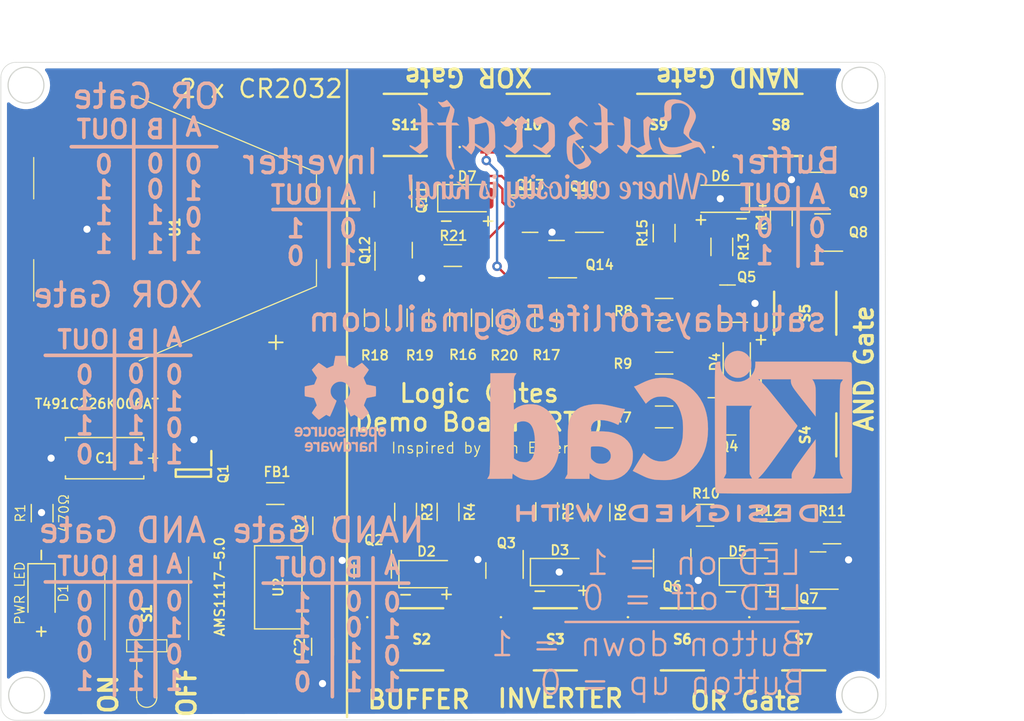
<source format=kicad_pcb>
(kicad_pcb (version 20211014) (generator pcbnew)
  (title_block (title "${project_name}") (date "2022-04-26") (rev "${version}"))
  (layers (0 "F.Cu" signal) (31 "B.Cu" power) (34 "B.Paste" user) (35 "F.Paste" user) (36 "B.SilkS" user "B.Silkscreen") (37 "F.SilkS" user "F.Silkscreen") (38 "B.Mask" user) (39 "F.Mask" user) (44 "Edge.Cuts" user))
  (property "project_name" "RTL Logic Gates - SMD Edition")
  (property "version" "7")
  (net 0 "")
  (net 1 "GND")
  (net 2 "Net-(D1-Pad1)")
  (net 3 "Net-(D1-Pad2)")
  (net 4 "Net-(D2-Pad1)")
  (net 5 "Net-(D5-Pad2)")
  (net 6 "Net-(D5-Pad1)")
  (net 7 "Net-(D6-Pad2)")
  (net 8 "Net-(D7-Pad1)")
  (net 9 "Net-(D7-Pad2)")
  (net 10 "5V")
  (net 11 "Net-(Q3-Pad1)")
  (net 12 "Net-(Q4-Pad1)")
  (net 13 "Net-(Q6-Pad1)")
  (net 14 "Net-(Q7-Pad1)")
  (net 15 "Net-(Q8-Pad1)")
  (net 16 "Net-(Q11-Pad1)")
  (net 17 "Net-(D2-Pad2)")
  (net 18 "Net-(R7-Pad2)")
  (net 19 "Net-(R14-Pad2)")
  (net 20 "Net-(R17-Pad2)")
  (net 21 "Net-(Q3-Pad3)")
  (net 22 "Net-(D4-Pad2)")
  (net 23 "Net-(Q10-Pad2)")
  (net 24 "Net-(D4-Pad1)")
  (net 25 "Net-(Q4-Pad2)")
  (net 26 "Net-(C2-Pad1)")
  (net 27 "/Power Supply/BATTERY")
  (net 28 "Net-(Q10-Pad1)")
  (net 29 "Net-(C1-Pad1)")
  (net 30 "Net-(Q5-Pad1)")
  (net 31 "Net-(R5-Pad2)")
  (net 33 "Net-(Q8-Pad2)")
  (net 34 "Net-(Q9-Pad1)")
  (net 35 "Net-(Q12-Pad1)")
  (net 36 "Net-(Q13-Pad2)")
  (net 37 "Net-(Q13-Pad3)")
  (net 38 "Net-(R2-Pad1)")
  (net 39 "Net-(R3-Pad2)")
  (net 40 "Net-(R8-Pad2)")
  (net 41 "Net-(R10-Pad2)")
  (net 42 "Net-(R11-Pad2)")
  (net 43 "Net-(R15-Pad2)")
  (net 44 "Net-(R18-Pad2)")
  (net 47 "/SW2H1-Q2")
  (footprint "LED_SMD:LED_1206_3216Metric_Pad1.42x1.75mm_HandSolder" (layer "F.Cu") (at 111.35 123.9875 -90)
    (fp_text reference "D1")
    (fp_text value "PWR LED")
  )
  (footprint "logic_gates_footprints:SOT95P280X125-3N" (layer "F.Cu") (at 124.05 113.95 -90)
    (fp_text reference "Q1")
    (fp_text value "AO3401A" hide)
  )
  (footprint "Resistor_SMD:R_1206_3216Metric_Pad1.30x1.75mm_HandSolder" (layer "F.Cu") (at 111.4 117.3 90)
    (fp_text reference "R1")
    (fp_text value "470Ω")
  )
  (footprint "Resistor_SMD:R_1206_3216Metric_Pad1.30x1.75mm_HandSolder" (layer "F.Cu") (at 134.95 118.35 -90)
    (fp_text reference "R2")
    (fp_text value "200 Ω")
  )
  (footprint "Package_TO_SOT_SMD:SOT-23" (layer "F.Cu") (at 140.75 91.05 -90)
    (fp_text reference "Q11")
    (fp_text value "MMBT3904")
  )
  (footprint "Resistor_SMD:R_1206_3216Metric_Pad1.30x1.75mm_HandSolder" (layer "F.Cu") (at 130.9 115.661 180)
    (fp_text reference "FB1")
    (fp_text value "120 Ω @ 100MHz")
  )
  (footprint "logic_gates_footprints:RS187R05A2DSMTRT" (layer "F.Cu") (at 164.95 127.85)
    (fp_text reference "S6")
    (fp_text value "RS187R05A2DSMTRT" hide)
  )
  (footprint "Package_TO_SOT_SMD:SOT-23" (layer "F.Cu") (at 164.1 120.95 90)
    (fp_text reference "Q6")
    (fp_text value "MMBT3904")
  )
  (footprint "Resistor_SMD:R_1206_3216Metric_Pad1.30x1.75mm_HandSolder" (layer "F.Cu") (at 146.4 100.95119 90)
    (fp_text reference "R16")
    (fp_text value "470Ω")
  )
  (footprint "LED_SMD:LED_1206_3216Metric_Pad1.42x1.75mm_HandSolder" (layer "F.Cu") (at 169.5 104.65 90)
    (fp_text reference "D4")
    (fp_text value "LED")
  )
  (footprint "logic_gates_footprints:RS187R05A2DSMTRT" (layer "F.Cu") (at 141.775 84.825 180)
    (fp_text reference "S11")
    (fp_text value "RS187R05A2DSMTRT" hide)
  )
  (footprint "Resistor_SMD:R_1206_3216Metric_Pad1.30x1.75mm_HandSolder" (layer "F.Cu") (at 141.8 117.2 -90)
    (fp_text reference "R3")
    (fp_text value "1KΩ")
  )
  (footprint "Resistor_SMD:R_1206_3216Metric_Pad1.30x1.75mm_HandSolder" (layer "F.Cu") (at 139.275 100.95119 90)
    (fp_text reference "R18")
    (fp_text value "1KΩ")
  )
  (footprint "Package_TO_SOT_SMD:SOT-23" (layer "F.Cu") (at 176.675 90.35)
    (fp_text reference "Q9")
    (fp_text value "MMBT3904")
  )
  (footprint "logic_gates_footprints:AMS1117-5.0" (layer "F.Cu") (at 131.15 123.5 -90)
    (fp_text reference "U2")
    (fp_text value "AMS1117-5.0")
  )
  (footprint "Package_TO_SOT_SMD:SOT-23" (layer "F.Cu") (at 156.6625 92.25 180)
    (fp_text reference "Q10")
    (fp_text value "MMBT3904")
  )
  (footprint "Resistor_SMD:R_1206_3216Metric_Pad1.30x1.75mm_HandSolder" (layer "F.Cu") (at 172.15 118.925)
    (fp_text reference "R12")
    (fp_text value "470Ω")
  )
  (footprint "logic_gates_footprints:RS187R05A2DSMTRT" (layer "F.Cu") (at 162.975 84.825 180)
    (fp_text reference "S9")
    (fp_text value "RS187R05A2DSMTRT" hide)
  )
  (footprint "Package_TO_SOT_SMD:SOT-23" (layer "F.Cu") (at 139.05 122.0875 -90)
    (fp_text reference "Q2")
    (fp_text value "MMBT3904")
  )
  (footprint "Resistor_SMD:R_1206_3216Metric_Pad1.30x1.75mm_HandSolder" (layer "F.Cu") (at 163.425 104.75 180)
    (fp_text reference "R9")
    (fp_text value "470Ω")
  )
  (footprint "Package_TO_SOT_SMD:SOT-23" (layer "F.Cu") (at 168.775 109.2)
    (fp_text reference "Q4")
    (fp_text value "MMBT3904")
  )
  (footprint "Resistor_SMD:R_1206_3216Metric_Pad1.30x1.75mm_HandSolder" (layer "F.Cu") (at 163.425 100.25)
    (fp_text reference "R8")
    (fp_text value "1KΩ")
  )
  (footprint "Package_TO_SOT_SMD:SOT-23" (layer "F.Cu") (at 150.075 122.1 -90)
    (fp_text reference "Q3")
    (fp_text value "MMBT3904")
  )
  (footprint "logic_gates_footprints:T491C226K006AT" (layer "F.Cu") (at 116.627804 112.7 180)
    (fp_text reference "C1")
    (fp_text value "T491C226K006AT")
  )
  (footprint "Package_TO_SOT_SMD:SOT-23" (layer "F.Cu") (at 140.8 95.3 90)
    (fp_text reference "Q12")
    (fp_text value "MMBT3904")
  )
  (footprint "logic_gates_footprints:RS187R05A2DSMTRT" (layer "F.Cu") (at 154.325 127.85)
    (fp_text reference "S3")
    (fp_text value "RS187R05A2DSMTRT" hide)
  )
  (footprint "Resistor_SMD:R_1206_3216Metric_Pad1.30x1.75mm_HandSolder" (layer "F.Cu") (at 157.975 117.225 -90)
    (fp_text reference "R6")
    (fp_text value "470Ω")
  )
  (footprint "Resistor_SMD:R_1206_3216Metric_Pad1.30x1.75mm_HandSolder" (layer "F.Cu") (at 173.225 92.525 90)
    (fp_text reference "R14")
    (fp_text value "1KΩ")
  )
  (footprint "LED_SMD:LED_1206_3216Metric_Pad1.42x1.75mm_HandSolder" (layer "F.Cu") (at 146.95 90.95)
    (fp_text reference "D7")
    (fp_text value "LED")
  )
  (footprint "Resistor_SMD:R_1206_3216Metric_Pad1.30x1.75mm_HandSolder" (layer "F.Cu") (at 153.6 117.15 -90)
    (fp_text reference "R5")
    (fp_text value "1KΩ")
  )
  (footprint "LED_SMD:LED_1206_3216Metric_Pad1.42x1.75mm_HandSolder" (layer "F.Cu") (at 143.7 122.4)
    (fp_text reference "D2")
    (fp_text value "LED")
  )
  (footprint "LED_SMD:LED_1206_3216Metric_Pad1.42x1.75mm_HandSolder" (layer "F.Cu") (at 154.7 122.225)
    (fp_text reference "D3")
    (fp_text value "LED")
  )
  (footprint "logic_gates_footprints:RS187R05A2DSMTRT" (layer "F.Cu") (at 152.05 84.825 180)
    (fp_text reference "S10")
    (fp_text value "RS187R05A2DSMTRT" hide)
  )
  (footprint "Resistor_SMD:R_1206_3216Metric_Pad1.30x1.75mm_HandSolder" (layer "F.Cu") (at 145.75 95.75 180)
    (fp_text reference "R21")
    (fp_text value "1KΩ")
  )
  (footprint "Package_TO_SOT_SMD:SOT-23" (layer "F.Cu") (at 152.2125 92.25)
    (fp_text reference "Q13")
    (fp_text value "MMBT3904")
  )
  (footprint "Package_TO_SOT_SMD:SOT-23" (layer "F.Cu") (at 168.725 99.775 180)
    (fp_text reference "Q5")
    (fp_text value "MMBT3904")
  )
  (footprint "logic_gates_footprints:RS187R05A2DSMTRT" (layer "F.Cu") (at 175.1 127.85)
    (fp_text reference "S7")
    (fp_text value "RS187R05A2DSMTRT" hide)
  )
  (footprint "Resistor_SMD:R_1206_3216Metric_Pad1.30x1.75mm_HandSolder" (layer "F.Cu") (at 149.9625 100.95119 90)
    (fp_text reference "R20")
    (fp_text value "1KΩ")
  )
  (footprint "Resistor_SMD:R_1206_3216Metric_Pad1.30x1.75mm_HandSolder" (layer "F.Cu") (at 145.35 117.2 -90)
    (fp_text reference "R4")
    (fp_text value "470Ω")
  )
  (footprint "Resistor_SMD:R_1206_3216Metric_Pad1.30x1.75mm_HandSolder" (layer "F.Cu") (at 163.425 93.875 90)
    (fp_text reference "R15")
    (fp_text value "1KΩ")
  )
  (footprint "logic_gates_footprints:1062TR" (layer "F.Cu") (at 122.52 93.55 90)
    (fp_text reference "U1")
    (fp_text value "Keystone 1062" hide)
  )
  (footprint "logic_gates_footprints:GT12MSABETR" (layer "F.Cu") (at 120.15 120.2 90)
    (fp_text reference "S1")
    (fp_text value "GT12MSABETR" hide)
  )
  (footprint "Package_TO_SOT_SMD:SOT-23" (layer "F.Cu") (at 176.3 122.1 180)
    (fp_text reference "Q7")
    (fp_text value "MMBT3904")
  )
  (footprint "Resistor_SMD:R_1206_3216Metric_Pad1.30x1.75mm_HandSolder" (layer "F.Cu") (at 163.425 109.25)
    (fp_text reference "R7")
    (fp_text value "1KΩ")
  )
  (footprint "Resistor_SMD:R_1206_3216Metric_Pad1.30x1.75mm_HandSolder" (layer "F.Cu") (at 153.525 100.975 90)
    (fp_text reference "R17")
    (fp_text value "1KΩ")
  )
  (footprint "logic_gates_footprints:RS187R05A2DSMTRT" (layer "F.Cu") (at 175.225 100.575 90)
    (fp_text reference "S5")
    (fp_text value "RS187R05A2DSMTRT" hide)
  )
  (footprint "LED_SMD:LED_1206_3216Metric_Pad1.42x1.75mm_HandSolder" (layer "F.Cu") (at 170.5 122.2)
    (fp_text reference "D5")
    (fp_text value "LED")
  )
  (footprint "Resistor_SMD:R_1206_3216Metric_Pad1.30x1.75mm_HandSolder" (layer "F.Cu") (at 166.85 117.475 180)
    (fp_text reference "R10")
    (fp_text value "1KΩ")
  )
  (footprint "Package_TO_SOT_SMD:SOT-23" (layer "F.Cu") (at 176.675 93.825 180)
    (fp_text reference "Q8")
    (fp_text value "MMBT3904")
  )
  (footprint "Capacitor_SMD:C_1206_3216Metric_Pad1.33x1.80mm_HandSolder" (layer "F.Cu") (at 134.85 128.4735 -90)
    (fp_text reference "C2")
    (fp_text value "10uF")
  )
  (footprint "Resistor_SMD:R_1206_3216Metric_Pad1.30x1.75mm_HandSolder" (layer "F.Cu") (at 177.475 118.95)
    (fp_text reference "R11")
    (fp_text value "1KΩ")
  )
  (footprint "Package_TO_SOT_SMD:SOT-23" (layer "F.Cu") (at 154.425 96.05 180)
    (fp_text reference "Q14")
    (fp_text value "MMBT3904")
  )
  (footprint "LED_SMD:LED_1206_3216Metric_Pad1.42x1.75mm_HandSolder" (layer "F.Cu") (at 168.1 91 180)
    (fp_text reference "D6")
    (fp_text value "LED")
  )
  (footprint "Resistor_SMD:R_1206_3216Metric_Pad1.30x1.75mm_HandSolder" (layer "F.Cu") (at 142.8375 100.95119 90)
    (fp_text reference "R19")
    (fp_text value "1KΩ")
  )
  (footprint "logic_gates_footprints:RS187R05A2DSMTRT" (layer "F.Cu") (at 173.2 84.825 180)
    (fp_text reference "S8")
    (fp_text value "RS187R05A2DSMTRT" hide)
  )
  (footprint "logic_gates_footprints:RS187R05A2DSMTRT" (layer "F.Cu") (at 175.225 110.75 90)
    (fp_text reference "S4")
    (fp_text value "RS187R05A2DSMTRT" hide)
  )
  (footprint "logic_gates_footprints:RS187R05A2DSMTRT" (layer "F.Cu") (at 143.15 127.85)
    (fp_text reference "S2")
    (fp_text value "RS187R05A2DSMTRT" hide)
  )
  (footprint "Resistor_SMD:R_1206_3216Metric_Pad1.30x1.75mm_HandSolder" (layer "F.Cu") (at 168.25 95.025 -90)
    (fp_text reference "R13")
    (fp_text value "470Ω")
  )
  (footprint "lutzcraft:Lutzcraft_logo_1125DPI" (layer "B.Cu") (at 154.5 86.8 180)
    (fp_text reference "G1" hide)
    (fp_text value "LOGO" hide)
  )
  (footprint "Symbol:OSHW-Logo_7.5x8mm_SilkScreen" (layer "B.Cu") (at 136.35 108.15 180)
    (fp_text reference "REF1" hide)
    (fp_text value "OSHW-Logo_7.5x8mm_SilkScreen" hide)
  )
  (footprint "Symbol:KiCad-Logo2_12mm_SilkScreen" (layer "B.Cu") (at 163.9 109.65 180)
    (fp_text reference "REF2" hide)
    (fp_text value "KiCad-Logo2_12mm_SilkScreen" hide)
  )
  (gr_line (start 113.838375 86.65) (end 126.011625 86.65) (layer "B.SilkS") (width 0.3))
  (gr_line (start 122.463125 84.3806) (end 122.461625 96.1) (layer "B.SilkS") (width 0.3))
  (gr_line (start 174.625 90.0563) (end 174.625 96.65) (layer "B.SilkS") (width 0.3))
  (gr_line (start 169.9265 91.85) (end 177.1235 91.85) (layer "B.SilkS") (width 0.3))
  (gr_line (start 120.8515 120.9306) (end 120.85 132.65) (layer "B.SilkS") (width 0.3))
  (gr_line (start 117.4515 101.9806) (end 117.45 113.6) (layer "B.SilkS") (width 0.3))
  (gr_line (start 139.0765 121.0306) (end 139.075 132.75) (layer "B.SilkS") (width 0.3))
  (gr_line (start 120.8515 101.9806) (end 120.85 113.7) (layer "B.SilkS") (width 0.3))
  (gr_line (start 130.7015 91.9) (end 137.8985 91.9) (layer "B.SilkS") (width 0.3))
  (gr_line (start 111.663375 123.05) (end 123.836625 123.05) (layer "B.SilkS") (width 0.3))
  (gr_line (start 117.4515 120.9306) (end 117.45 132.55) (layer "B.SilkS") (width 0.3))
  (gr_line (start 135.6765 121.0306) (end 135.675 132.65) (layer "B.SilkS") (width 0.3))
  (gr_line (start 135.4 90.1063) (end 135.4 96.7) (layer "B.SilkS") (width 0.3))
  (gr_line (start 129.888375 123.15) (end 142.061625 123.15) (layer "B.SilkS") (width 0.3))
  (gr_line (start 119.063125 84.3806) (end 119.061625 96) (layer "B.SilkS") (width 0.3))
  (gr_line (start 155.165999 126.4) (end 174.65 126.4) (layer "B.SilkS") (width 0.2))
  (gr_line (start 111.663375 104.1) (end 123.836625 104.1) (layer "B.SilkS") (width 0.3))
  (gr_line (start 136.9 80.25) (end 136.9 134.35) (layer "F.SilkS") (width 0.2))
  (gr_line (start 107.95 133.35) (end 107.95 80.848026) (layer "Edge.Cuts") (width 0.05))
  (gr_line (start 109.22 79.59) (end 180.63 79.585) (layer "Edge.Cuts") (width 0.05))
  (gr_line (start 180.706975 134.546973) (end 109.22 134.62) (layer "Edge.Cuts") (width 0.05))
  (gr_circle (center 179.8 81.5) (end 181.3 81.5) (layer "Edge.Cuts") (width 0.1) (fill none))
  (gr_circle (center 110.05 81.5) (end 111.55 81.5) (layer "Edge.Cuts") (width 0.1) (fill none))
  (gr_circle (center 110.1 132.525) (end 111.6 132.525) (layer "Edge.Cuts") (width 0.1) (fill none))
  (gr_arc (start 107.95 80.848026) (mid 108.322706 79.954223) (end 109.22 79.59) (layer "Edge.Cuts") (width 0.05))
  (gr_arc (start 180.63 79.585) (mid 181.527415 79.954048) (end 181.9 80.85) (layer "Edge.Cuts") (width 0.05))
  (gr_circle (center 179.8 132.5) (end 181.3 132.5) (layer "Edge.Cuts") (width 0.1) (fill none))
  (gr_line (start 181.9 80.85) (end 181.975 133.275) (layer "Edge.Cuts") (width 0.05))
  (gr_arc (start 181.975 133.275) (mid 181.605001 134.17418) (end 180.706975 134.546973) (layer "Edge.Cuts") (width 0.05))
  (gr_arc (start 109.22 134.62) (mid 108.321974 134.248026) (end 107.95 133.35) (layer "Edge.Cuts") (width 0.05))
  (gr_text "Inverter" (at 133.8238 87.9) (layer "B.SilkS") (effects (font (size 2 2) (thickness 0.3)) (justify mirror)))
  (gr_text "AND Gate" (at 118.0992 118.7394) (layer "B.SilkS") (effects (font (size 2 2) (thickness 0.3)) (justify mirror)))
  (gr_text "OR Gate" (at 120.063125 82.4306) (layer "B.SilkS") (effects (font (size 2 2) (thickness 0.3)) (justify mirror)))
  (gr_text "NAND Gate" (at 135.3 118.725) (layer "B.SilkS") (effects (font (size 2 2) (thickness 0.3)) (justify mirror)))
  (gr_text "XOR Gate" (at 117.7134 99.0478) (layer "B.SilkS") (effects (font (size 2 2) (thickness 0.3)) (justify mirror)))
  (gr_text "OUT" (at 116.463125 85.1906) (layer "B.SilkS") (effects (font (size 1.5 1.5) (thickness 0.3)) (justify mirror)))
  (gr_text "0" (at 120.861625 90.215933) (layer "B.SilkS") (effects (font (size 1.5 1.5) (thickness 0.3)) (justify mirror)))
  (gr_text "1" (at 120.861625 94.8) (layer "B.SilkS") (effects (font (size 1.5 1.5) (thickness 0.3)) (justify mirror)))
  (gr_text "B" (at 120.861625 85.2) (layer "B.SilkS") (effects (font (size 1.5 1.5) (thickness 0.3)) (justify mirror)))
  (gr_text "0" (at 124.061625 88.128) (layer "B.SilkS") (effects (font (size 1.5 1.5) (thickness 0.3)) (justify mirror)))
  (gr_text "A" (at 124.061625 85) (layer "B.SilkS") (effects (font (size 1.5 1.5) (thickness 0.3)) (justify mirror)))
  (gr_text "1" (at 120.861625 92.365266) (layer "B.SilkS") (effects (font (size 1.5 1.5) (thickness 0.3)) (justify mirror)))
  (gr_text "0" (at 124.061625 92.576) (layer "B.SilkS") (effects (font (size 1.5 1.5) (thickness 0.3)) (justify mirror)))
  (gr_text "1" (at 116.563125 90.2666) (layer "B.SilkS") (effects (font (size 1.5 1.5) (thickness 0.3)) (justify mirror)))
  (gr_text "0" (at 116.563125 88.1426) (layer "B.SilkS") (effects (font (size 1.5 1.5) (thickness 0.3)) (justify mirror)))
  (gr_text "1" (at 116.563125 92.3906) (layer "B.SilkS") (effects (font (size 1.5 1.5) (thickness 0.3)) (justify mirror)))
  (gr_text "0" (at 120.861625 88.0666) (layer "B.SilkS") (effects (font (size 1.5 1.5) (thickness 0.3)) (justify mirror)))
  (gr_text "1" (at 116.563125 94.8) (layer "B.SilkS") (effects (font (size 1.5 1.5) (thickness 0.3)) (justify mirror)))
  (gr_text "1" (at 124.061625 94.8) (layer "B.SilkS") (effects (font (size 1.5 1.5) (thickness 0.3)) (justify mirror)))
  (gr_text "1" (at 124.061625 90.352) (layer "B.SilkS") (effects (font (size 1.5 1.5) (thickness 0.3)) (justify mirror)))
  (gr_text "OUT" (at 171.925 90.621) (layer "B.SilkS") (effects (font (size 1.5 1.5) (thickness 0.3)) (justify mirror)))
  (gr_text "1" (at 171.825 95.75) (layer "B.SilkS") (effects (font (size 1.5 1.5) (thickness 0.3)) (justify mirror)))
  (gr_text "1" (at 176.225 95.75) (layer "B.SilkS") (effects (font (size 1.5 1.5) (thickness 0.3)) (justify mirror)))
  (gr_text "A" (at 176.225 90.621) (layer "B.SilkS") (effects (font (size 1.5 1.5) (thickness 0.3)) (justify mirror)))
  (gr_text "0" (at 171.825 93.45) (layer "B.SilkS") (effects (font (size 1.5 1.5) (thickness 0.3))))
  (gr_text "Button up = 0" (at 152.85 131.5) (layer "B.SilkS") (effects (font (size 2 2) (thickness 0.2)) (justify right mirror)))
  (gr_text "LED off = 0" (at 175.15 124.4) (layer "B.SilkS") (effects (font (size 2 2) (thickness 0.2)) (justify left mirror)))
  (gr_text "1" (at 137.475 131.45) (layer "B.SilkS") (effects (font (size 1.5 1.5) (thickness 0.3)) (justify mirror)))
  (gr_text "1" (at 114.9515 109.9906) (layer "B.SilkS") (effects (font (size 1.5 1.5) (thickness 0.3)) (justify mirror)))
  (gr_text "0" (at 119.25 107.815933) (layer "B.SilkS") (effects (font (size 1.5 1.5) (thickness 0.3)) (justify mirror)))
  (gr_text "1" (at 114.9515 107.8666) (layer "B.SilkS") (effects (font (size 1.5 1.5) (thickness 0.3)) (justify mirror)))
  (gr_text "0" (at 114.9515 128.9406) (layer "B.SilkS") (effects (font (size 1.5 1.5) (thickness 0.3)) (justify mirror)))
  (gr_text "0" (at 114.9515 105.7426) (layer "B.SilkS") (effects (font (size 1.5 1.5) (thickness 0.3)) (justify mirror)))
  (gr_text "0" (at 119.25 105.6666) (layer "B.SilkS") (effects (font (size 1.5 1.5) (thickness 0.3)) (justify mirror)))
  (gr_text "0" (at 137 93.5) (layer "B.SilkS") (effects (font (size 1.5 1.5) (thickness 0.3))))
  (gr_text "1" (at 122.45 131.35) (layer "B.SilkS") (effects (font (size 1.5 1.5) (thickness 0.3)) (justify mirror)))
  (gr_text "OUT" (at 114.8515 102.7906) (layer "B.SilkS") (effects (font (size 1.5 1.5) (thickness 0.3)) (justify mirror)))
  (gr_text "Button down = 1" (at 148.8 128.25) (layer "B.SilkS") (effects (font (size 2 2) (thickness 0.2)) (justify right mirror)))
  (gr_text "1" (at 122.45 126.902) (layer "B.SilkS") (effects (font (size 1.5 1.5) (thickness 0.3)) (justify mirror)))
  (gr_text "0" (at 140.675 124.778) (layer "B.SilkS") (effects (font (size 1.5 1.5) (thickness 0.3)) (justify mirror)))
  (gr_text "1" (at 140.675 127.002) (layer "B.SilkS") (effects (font (size 1.5 1.5) (thickness 0.3)) (justify mirror)))
  (gr_text "saturdaysforlife5@gmail.com" (at 155.325 101.075) (layer "B.SilkS") (effects (font (size 2 2) (thickness 0.3)) (justify mirror)))
  (gr_text "Buffer" (at 173.625 87.85) (layer "B.SilkS") (effects (font (size 2 2) (thickness 0.3)) (justify mirror)))
  (gr_text "B" (at 137.475 121.85) (layer "B.SilkS") (effects (font (size 1.5 1.5) (thickness 0.3)) (justify mirror)))
  (gr_text "LED on = 1" (at 175.05 121.45) (layer "B.SilkS") (effects (font (size 2 2) (thickness 0.2)) (justify left mirror)))
  (gr_text "1" (at 137.475 129.015266) (layer "B.SilkS") (effects (font (size 1.5 1.5) (thickness 0.3)) (justify mirror)))
  (gr_text "0" (at 119.25 124.6166) (layer "B.SilkS") (effects (font (size 1.5 1.5) (thickness 0.3)) (justify mirror)))
  (gr_text "B" (at 119.25 102.8) (layer "B.SilkS") (effects (font (size 1.5 1.5) (thickness 0.3)) (justify mirror)))
  (gr_text "0" (at 119.25 126.765933) (layer "B.SilkS") (effects (font (size 1.5 1.5) (thickness 0.3)) (justify mirror)))
  (gr_text "0" (at 137.475 126.865933) (layer "B.SilkS") (effects (font (size 1.5 1.5) (thickness 0.3)) (justify mirror)))
  (gr_text "A" (at 122.45 121.55) (layer "B.SilkS") (effects (font (size 1.5 1.5) (thickness 0.3)) (justify mirror)))
  (gr_text "1" (at 114.9515 131.35) (layer "B.SilkS") (effects (font (size 1.5 1.5) (thickness 0.3)) (justify mirror)))
  (gr_text "0" (at 122.45 124.678) (layer "B.SilkS") (effects (font (size 1.5 1.5) (thickness 0.3)) (justify mirror)))
  (gr_text "1" (at 133.1765 124.7926) (layer "B.SilkS") (effects (font (size 1.5 1.5) (thickness 0.3)) (justify mirror)))
  (gr_text "0" (at 140.675 129.226) (layer "B.SilkS") (effects (font (size 1.5 1.5) (thickness 0.3)) (justify mirror)))
  (gr_text "OUT" (at 114.8515 121.7406) (layer "B.SilkS") (effects (font (size 1.5 1.5) (thickness 0.3)) (justify mirror)))
  (gr_text "1" (at 133.1765 129.0406) (layer "B.SilkS") (effects (font (size 1.5 1.5) (thickness 0.3)) (justify mirror)))
  (gr_text "1" (at 140.675 131.45) (layer "B.SilkS") (effects (font (size 1.5 1.5) (thickness 0.3)) (justify mirror)))
  (gr_text "0" (at 133.1765 131.45) (layer "B.SilkS") (effects (font (size 1.5 1.5) (thickness 0.3)) (justify mirror)))
  (gr_text "1" (at 133.1765 126.9166) (layer "B.SilkS") (effects (font (size 1.5 1.5) (thickness 0.3)) (justify mirror)))
  (gr_text "0" (at 114.9515 124.6926) (layer "B.SilkS") (effects (font (size 1.5 1.5) (thickness 0.3)) (justify mirror)))
  (gr_text "1" (at 119.25 131.35) (layer "B.SilkS") (effects (font (size 1.5 1.5) (thickness 0.3)) (justify mirror)))
  (gr_text "1" (at 119.25 128.915266) (layer "B.SilkS") (effects (font (size 1.5 1.5) (thickness 0.3)) (justify mirror)))
  (gr_text "1" (at 122.45 112.4) (layer "B.SilkS") (effects (font (size 1.5 1.5) (thickness 0.3)) (justify mirror)))
  (gr_text "A" (at 140.675 121.65) (layer "B.SilkS") (effects (font (size 1.5 1.5) (thickness 0.3)) (justify mirror)))
  (gr_text "0" (at 132.6 95.8) (layer "B.SilkS") (effects (font (size 1.5 1.5) (thickness 0.3))))
  (gr_text "1" (at 119.25 112.4) (layer "B.SilkS") (effects (font (size 1.5 1.5) (thickness 0.3)) (justify mirror)))
  (gr_text "0" (at 114.9515 126.8166) (layer "B.SilkS") (effects (font (size 1.5 1.5) (thickness 0.3)) (justify mirror)))
  (gr_text "0" (at 122.45 129.126) (layer "B.SilkS") (effects (font (size 1.5 1.5) (thickness 0.3)) (justify mirror)))
  (gr_text "1" (at 137 95.8) (layer "B.SilkS") (effects (font (size 1.5 1.5) (thickness 0.3)) (justify mirror)))
  (gr_text "0" (at 122.45 110.176) (layer "B.SilkS") (effects (font (size 1.5 1.5) (thickness 0.3)) (justify mirror)))
  (gr_text "A" (at 137 90.671) (layer "B.SilkS") (effects (font (size 1.5 1.5) (thickness 0.3)) (justify mirror)))
  (gr_text "0" (at 114.9515 112.4) (layer "B.SilkS") (effects (font (size 1.5 1.5) (thickness 0.3)) (justify mirror)))
  (gr_text "OUT" (at 132.7 90.671) (layer "B.SilkS") (effects (font (size 1.5 1.5) (thickness 0.3)) (justify mirror)))
  (gr_text "1" (at 119.25 109.965266) (layer "B.SilkS") (effects (font (size 1.5 1.5) (thickness 0.3)) (justify mirror)))
  (gr_text "0" (at 122.45 105.728) (layer "B.SilkS") (effects (font (size 1.5 1.5) (thickness 0.3)) (justify mirror)))
  (gr_text "A" (at 122.45 102.6) (layer "B.SilkS") (effects (font (size 1.5 1.5) (thickness 0.3)) (justify mirror)))
  (gr_text "0" (at 137.475 124.7166) (layer "B.SilkS") (effects (font (size 1.5 1.5) (thickness 0.3)) (justify mirror)))
  (gr_text "B" (at 119.25 121.75) (layer "B.SilkS") (effects (font (size 1.5 1.5) (thickness 0.3)) (justify mirror)))
  (gr_text "1" (at 122.45 107.952) (layer "B.SilkS") (effects (font (size 1.5 1.5) (thickness 0.3)) (justify mirror)))
  (gr_text "0" (at 176.225 93.45) (layer "B.SilkS") (effects (font (size 1.5 1.5) (thickness 0.3))))
  (gr_text "OUT" (at 133.0765 121.8406) (layer "B.SilkS") (effects (font (size 1.5 1.5) (thickness 0.3)) (justify mirror)))
  (gr_text "1" (at 132.6 93.5) (layer "B.SilkS") (effects (font (size 1.5 1.5) (thickness 0.3)) (justify mirror)))
  (gr_text "+" (at 130.95 102.9) (layer "F.SilkS") (effects (font (size 1.5 1.5))))
  (gr_text "Logic Gates\nDemo Board (RTL)" (at 147.95 108.475) (layer "F.SilkS") (effects (font (size 1.5 1.5) (thickness 0.25))))
  (gr_text "-" (at 141.8 124.05) (layer "F.SilkS") (effects (font (size 1 1))))
  (gr_text "+" (at 145.15 124.1 90) (layer "F.SilkS") (effects (font (size 1 1))))
  (gr_text "ON" (at 116.95 132.45 90) (layer "F.SilkS") (effects (font (size 1.5 1.5) (thickness 0.3))))
  (gr_text "-" (at 111.404 120.8 270) (layer "F.SilkS") (effects (font (size 1 1))))
  (gr_text "+" (at 111.4 127.2 270) (layer "F.SilkS") (effects (font (size 1 1))))
  (gr_text "+" (at 166.5 92.7) (layer "F.SilkS") (effects (font (size 1 1))))
  (gr_text "AND Gate" (at 180.15 105.2 90) (layer "F.SilkS") (effects (font (size 1.5 1.5) (thickness 0.275))))
  (gr_text "INVERTER" (at 154.75 132.8) (layer "F.SilkS") (effects (font (size 1.5 1.5) (thickness 0.275))))
  (gr_text "-" (at 169.9 92.6) (layer "F.SilkS") (effects (font (size 1 1))))
  (gr_text "+" (at 156.675 123.85 180) (layer "F.SilkS") (effects (font (size 1 1))))
  (gr_text "-" (at 171.45 106.45 90) (layer "F.SilkS") (effects (font (size 1 1))))
  (gr_text "+" (at 148.7 92.8) (layer "F.SilkS") (effects (font (size 1 1))))
  (gr_text "-" (at 153.025 123.9 180) (layer "F.SilkS") (effects (font (size 1 1))))
  (gr_text "OR Gate" (at 170.25 133) (layer "F.SilkS") (effects (font (size 1.5 1.5) (thickness 0.275))))
  (gr_text "BUFFER" (at 142.9 132.9) (layer "F.SilkS") (effects (font (size 1.5 1.5) (thickness 0.275))))
  (gr_text "+" (at 172.3 123.95 180) (layer "F.SilkS") (effects (font (size 1 1))))
  (gr_text "NAND Gate" (at 168.775 80.825 180) (layer "F.SilkS") (effects (font (size 1.5 1.5) (thickness 0.275))))
  (gr_text "OFF" (at 123.5 132.25 90) (layer "F.SilkS") (effects (font (size 1.5 1.5) (thickness 0.3))))
  (gr_text "XOR Gate" (at 147.05 80.825 180) (layer "F.SilkS") (effects (font (size 1.5 1.5) (thickness 0.275))))
  (gr_text "2 x CR2032" (at 129.7 81.8) (layer "F.SilkS") (effects (font (size 1.5 1.5) (thickness 0.2))))
  (gr_text "+" (at 171.45 102.8 90) (layer "F.SilkS") (effects (font (size 1 1))))
  (gr_text "-" (at 145.2 92.8) (layer "F.SilkS") (effects (font (size 1 1))))
  (gr_text "-" (at 169 123.95 180) (layer "F.SilkS") (effects (font (size 1 1))))
  (gr_text "Inspired by Ben Eater" (at 148.025 111.85) (layer "F.SilkS") (effects (font (size 0.9 0.9) (thickness 0.1))))
  (segment (start 178.8 121.15) (end 178.85 121.2) (width 0.25) (layer "F.Cu") (net 1))
  (segment (start 136.6 121.15) (end 136.5 121.25) (width 0.25) (layer "F.Cu") (net 1))
  (segment (start 165.225 121.875) (end 166.275 122.925) (width 0.25) (layer "F.Cu") (net 1))
  (segment (start 170.1 98.825) (end 171.025 99.75) (width 0.25) (layer "F.Cu") (net 1))
  (segment (start 175.7375 91.3) (end 175.7375 91.0625) (width 0.25) (layer "F.Cu") (net 1))
  (segment (start 134.95 119.9) (end 135.15 119.9) (width 0.25) (layer "F.Cu") (net 1))
  (segment (start 169.6625 98.825) (end 170.1 98.825) (width 0.25) (layer "F.Cu") (net 1))
  (segment (start 147.8625 121.1625) (end 149.125 121.1625) (width 0.25) (layer "F.Cu") (net 1))
  (segment (start 115.15 93.55) (end 111.64 93.55) (width 0.25) (layer "F.Cu") (net 1))
  (segment (start 175.7375 91.0625) (end 174.075 89.4) (width 0.25) (layer "F.Cu") (net 1))
  (segment (start 177.2625 121.15) (end 178.8 121.15) (width 0.25) (layer "F.Cu") (net 1))
  (segment (start 154.05 93.8) (end 154.0625 93.8) (width 0.25) (layer "F.Cu") (net 1))
  (segment (start 111.35 115.8) (end 111.4 115.75) (width 0.25) (layer "F.Cu") (net 1))
  (segment (start 134.85 131.55) (end 134.85 130.036) (width 0.25) (layer "F.Cu") (net 1))
  (segment (start 154.0625 93.8) (end 155.3625 95.1) (width 0.25) (layer "F.Cu") (net 1))
  (segment (start 138.1 121.15) (end 136.6 121.15) (width 0.25) (layer "F.Cu") (net 1))
  (segment (start 147.85 121.175) (end 147.8625 121.1625) (width 0.25) (layer "F.Cu") (net 1))
  (segment (start 124.099502 111.15) (end 124.099502 111.799502) (width 0.25) (layer "F.Cu") (net 1))
  (segment (start 143.15 97.65) (end 143.15 97.6375) (width 0.25) (layer "F.Cu") (net 1))
  (segment (start 112.15 112.7) (end 114.3 112.7) (width 0.25) (layer "F.Cu") (net 1))
  (segment (start 135.15 119.9) (end 136.5 121.25) (width 0.25) (layer "F.Cu") (net 1))
  (segment (start 124.099502 111.799502) (end 125 112.7) (width 0.25) (layer "F.Cu") (net 1))
  (segment (start 111.35 117.25) (end 111.35 115.8) (width 0.25) (layer "F.Cu") (net 1))
  (segment (start 154.65 122.225) (end 153.2125 122.225) (width 0.25) (layer "F.Cu") (net 1))
  (segment (start 168.125 91) (end 169.5875 91) (width 0.25) (layer "F.Cu") (net 1))
  (segment (start 165.05 121.875) (end 165.225 121.875) (width 0.25) (layer "F.Cu") (net 1))
  (segment (start 143.15 97.6375) (end 141.75 96.2375) (width 0.25) (layer "F.Cu") (net 1))
  (via (at 124.099502 111.15) (size 1) (drill 0.6) (layers "F.Cu" "B.Cu") (net 1))
  (via (at 154.05 93.8) (size 1) (drill 0.6) (layers "F.Cu" "B.Cu") (net 1))
  (via (at 111.35 117.25) (size 1) (drill 0.6) (layers "F.Cu" "B.Cu") (net 1))
  (via (at 174.075 89.4) (size 1) (drill 0.6) (layers "F.Cu" "B.Cu") (net 1))
  (via (at 134.85 131.55) (size 1) (drill 0.6) (layers "F.Cu" "B.Cu") (net 1))
  (via (at 166.275 122.925) (size 1) (drill 0.6) (layers "F.Cu" "B.Cu") (net 1))
  (via (at 112.15 112.7) (size 1) (drill 0.6) (layers "F.Cu" "B.Cu") (net 1))
  (via (at 143.15 97.65) (size 1) (drill 0.6) (layers "F.Cu" "B.Cu") (net 1))
  (via (at 115.15 93.55) (size 1) (drill 0.6) (layers "F.Cu" "B.Cu") (net 1))
  (via (at 147.85 121.175) (size 1) (drill 0.6) (layers "F.Cu" "B.Cu") (net 1))
  (via (at 178.85 121.2) (size 1) (drill 0.6) (layers "F.Cu" "B.Cu") (net 1))
  (via (at 171.025 99.75) (size 1) (drill 0.6) (layers "F.Cu" "B.Cu") (net 1))
  (via (at 154.65 122.225) (size 1) (drill 0.6) (layers "F.Cu" "B.Cu") (net 1))
  (via (at 168.125 91) (size 1) (drill 0.6) (layers "F.Cu" "B.Cu") (net 1))
  (via (at 136.5 121.25) (size 1) (drill 0.6) (layers "F.Cu" "B.Cu") (net 1))
  (segment (start 111.35 118.9) (end 111.35 122.5) (width 0.2) (layer "F.Cu") (net 2))
  (segment (start 111.4 118.85) (end 111.35 118.9) (width 0.25) (layer "F.Cu") (net 2))
  (segment (start 119.54 123.35) (end 113.475 123.35) (width 0.2) (layer "F.Cu") (net 3))
  (segment (start 122.69 120.2) (end 119.54 123.35) (width 0.2) (layer "F.Cu") (net 3))
  (segment (start 123.5 115.75) (end 123.5 119.39) (width 0.2) (layer "F.Cu") (net 3))
  (segment (start 113.475 123.35) (end 111.35 125.475) (width 0.2) (layer "F.Cu") (net 3))
  (segment (start 124.05 115.2) (end 123.5 115.75) (width 0.2) (layer "F.Cu") (net 3))
  (segment (start 123.5 119.39) (end 122.69 120.2) (width 0.2) (layer "F.Cu") (net 3))
  (segment (start 139.05 123.025) (end 141.5875 123.025) (width 0.2) (layer "F.Cu") (net 4))
  (segment (start 141.5875 123.025) (end 142.2125 122.4) (width 0.2) (layer "F.Cu") (net 4))
  (segment (start 173.7 120.4875) (end 171.9875 122.2) (width 0.2) (layer "F.Cu") (net 5))
  (segment (start 173.7 118.925) (end 173.7 120.4875) (width 0.2) (layer "F.Cu") (net 5))
  (segment (start 165.2375 120.0125) (end 167.425 122.2) (width 0.2) (layer "F.Cu") (net 6))
  (segment (start 167.425 122.2) (end 169.0125 122.2) (width 0.2) (layer "F.Cu") (net 6))
  (segment (start 170.18702 123.37452) (end 174.08798 123.37452) (width 0.2) (layer "F.Cu") (net 6))
  (segment (start 174.08798 123.37452) (end 175.3625 122.1) (width 0.2) (layer "F.Cu") (net 6))
  (segment (start 169.0125 122.2) (end 170.18702 123.37452) (width 0.2) (layer "F.Cu") (net 6))
  (segment (start 164.1 120.0125) (end 165.2375 120.0125) (width 0.2) (layer "F.Cu") (net 6))
  (segment (start 166.6125 91.8375) (end 168.25 93.475) (width 0.2) (layer "F.Cu") (net 7))
  (segment (start 168.25 93.475) (end 169.325 92.4) (width 0.2) (layer "F.Cu") (net 7))
  (segment (start 169.325 92.4) (end 174.3125 92.4) (width 0.2) (layer "F.Cu") (net 7))
  (segment (start 174.3125 92.4) (end 175.7375 93.825) (width 0.2) (layer "F.Cu") (net 7))
  (segment (start 166.6125 91) (end 166.6125 91.8375) (width 0.2) (layer "F.Cu") (net 7))
  (segment (start 140.75 91.9875) (end 144.425 91.9875) (width 0.2) (layer "F.Cu") (net 8))
  (segment (start 146.712989 89.699511) (end 149.424511 89.699511) (width 0.2) (layer "F.Cu") (net 8))
  (segment (start 152.376783 91.65) (end 155.125 91.65) (width 0.2) (layer "F.Cu") (net 8))
  (segment (start 149.9 90.175) (end 149.9 91.298217) (width 0.2) (layer "F.Cu") (net 8))
  (segment (start 145.4625 90.95) (end 146.712989 89.699511) (width 0.2) (layer "F.Cu") (net 8))
  (segment (start 150.515586 91.913803) (end 152.11298 91.913803) (width 0.2) (layer "F.Cu") (net 8))
  (segment (start 149.424511 89.699511) (end 149.9 90.175) (width 0.2) (layer "F.Cu") (net 8))
  (segment (start 144.425 91.9875) (end 145.4625 90.95) (width 0.2) (layer "F.Cu") (net 8))
  (segment (start 155.125 91.65) (end 155.725 92.25) (width 0.2) (layer "F.Cu") (net 8))
  (segment (start 149.9 91.298217) (end 150.515586 91.913803) (width 0.2) (layer "F.Cu") (net 8))
  (segment (start 152.11298 91.913803) (end 152.376783 91.65) (width 0.2) (layer "F.Cu") (net 8))
  (segment (start 146.35048 99.35167) (end 146.4 99.40119) (width 0.2) (layer "F.Cu") (net 9))
  (segment (start 146.35048 93.03702) (end 146.35048 99.35167) (width 0.2) (layer "F.Cu") (net 9))
  (segment (start 148.4375 90.95) (end 146.35048 93.03702) (width 0.2) (layer "F.Cu") (net 9))
  (segment (start 165.8 115.65) (end 165.85 115.6) (width 0.25) (layer "F.Cu") (net 10))
  (segment (start 164.4 95.4) (end 161.975 95.4) (width 0.25) (layer "F.Cu") (net 10))
  (segment (start 165.575 96.575) (end 164.4 95.4) (width 0.25) (layer "F.Cu") (net 10))
  (segment (start 169.85 118.925) (end 170.6 118.925) (width 0.25) (layer "F.Cu") (net 10))
  (segment (start 153.6 115.6) (end 157.95 115.6) (width 0.25) (layer "F.Cu") (net 10))
  (segment (start 161.875 109.25) (end 161.875 98.65) (width 0.25) (layer "F.Cu") (net 10))
  (segment (start 158 115.65) (end 165.8 115.65) (width 0.25) (layer "F.Cu") (net 10))
  (segment (start 172.325 94.075) (end 169.825 96.575) (width 0.25) (layer "F.Cu") (net 10))
  (segment (start 132.45 115.661) (end 134.311 113.8) (width 0.25) (layer "F.Cu") (net 10))
  (segment (start 153.55 115.65) (end 153.6 115.6) (width 0.25) (layer "F.Cu") (net 10))
  (segment (start 166.8 116.55) (end 167.475 116.55) (width 0.25) (layer "F.Cu") (net 10))
  (segment (start 172.25 117.275) (end 174.25 117.275) (width 0.25) (layer "F.Cu") (net 10))
  (segment (start 157.95 115.6) (end 158 115.65) (width 0.25) (layer "F.Cu") (net 10))
  (segment (start 165.85 113.225) (end 161.875 109.25) (width 0.25) (layer "F.Cu") (net 10))
  (segment (start 141.8 115.65) (end 145.35 115.65) (width 0.25) (layer "F.Cu") (net 10))
  (segment (start 163.425 97.1) (end 163.425 95.425) (width 0.25) (layer "F.Cu") (net 10))
  (segment (start 174.25 117.275) (end 175.925 118.95) (width 0.25) (layer "F.Cu") (net 10))
  (segment (start 173.225 94.075) (end 172.325 94.075) (width 0.25) (layer "F.Cu") (net 10))
  (segment (start 154.87381 102.50119) (end 139.275 102.50119) (width 0.25) (layer "F.Cu") (net 10))
  (segment (start 161.875 98.65) (end 163.425 97.1) (width 0.25) (layer "F.Cu") (net 10))
  (segment (start 165.85 115.6) (end 165.85 113.225) (width 0.25) (layer "F.Cu") (net 10))
  (segment (start 167.475 116.55) (end 169.85 118.925) (width 0.25) (layer "F.Cu") (net 10))
  (segment (start 145.35 115.65) (end 153.55 115.65) (width 0.25) (layer "F.Cu") (net 10))
  (segment (start 139.95 113.8) (end 141.8 115.65) (width 0.25) (layer "F.Cu") (net 10))
  (segment (start 165.85 115.6) (end 166.8 116.55) (width 0.25) (layer "F.Cu") (net 10))
  (segment (start 169.825 96.575) (end 165.575 96.575) (width 0.25) (layer "F.Cu") (net 10))
  (segment (start 161.975 95.4) (end 154.87381 102.50119) (width 0.25) (layer "F.Cu") (net 10))
  (segment (start 170.6 118.925) (end 172.25 117.275) (width 0.25) (layer "F.Cu") (net 10))
  (segment (start 134.311 113.8) (end 139.95 113.8) (width 0.25) (layer "F.Cu") (net 10))
  (segment (start 150.576783 121.1625) (end 149.47548 122.263803) (width 0.2) (layer "F.Cu") (net 11))
  (segment (start 151.025 121.1625) (end 150.576783 121.1625) (width 0.2) (layer "F.Cu") (net 11))
  (segment (start 149.47548 127.85048) (end 151.225 129.6) (width 0.2) (layer "F.Cu") (net 11))
  (segment (start 149.47548 122.263803) (end 149.47548 127.85048) (width 0.2) (layer "F.Cu") (net 11))
  (segment (start 167.8375 105.6375) (end 168.5 104.975) (width 0.2) (layer "F.Cu") (net 12))
  (segment (start 175.475 104.975) (end 177.05 103.4) (width 0.2) (layer "F.Cu") (net 12))
  (segment (start 167.8375 108.625) (end 167.8375 105.6375) (width 0.2) (layer "F.Cu") (net 12))
  (segment (start 168.5 104.975) (end 175.475 104.975) (width 0.2) (layer "F.Cu") (net 12))
  (segment (start 163.15 121.8875) (end 163.15 128.4) (width 0.2) (layer "F.Cu") (net 13))
  (segment (start 163.15 128.4) (end 161.85 129.7) (width 0.2) (layer "F.Cu") (net 13))
  (segment (start 177.25 124.4) (end 172 129.65) (width 0.2) (layer "F.Cu") (net 14))
  (segment (start 177.2375 124.3875) (end 177.2375 123.05) (width 0.2) (layer "F.Cu") (net 14))
  (segment (start 177.25 124.4) (end 177.2375 124.3875) (width 0.2) (layer "F.Cu") (net 14))
  (segment (start 176.425 82.975) (end 176.3 82.975) (width 0.2) (layer "F.Cu") (net 15))
  (segment (start 178.72452 85.27452) (end 176.425 82.975) (width 0.2) (layer "F.Cu") (net 15))
  (segment (start 177.6125 94.775) (end 178.72452 93.66298) (width 0.2) (layer "F.Cu") (net 15))
  (segment (start 178.72452 93.66298) (end 178.72452 85.27452) (width 0.2) (layer "F.Cu") (net 15))
  (segment (start 141.7 86.875) (end 144.875 83.7) (width 0.2) (layer "F.Cu") (net 16))
  (segment (start 151.275 90.55) (end 149.825 89.1) (width 0.2) (layer "F.Cu") (net 16))
  (segment (start 142.7125 89.1) (end 141.7 90.1125) (width 0.2) (layer "F.Cu") (net 16))
  (segment (start 151.275 91.3) (end 151.275 90.55) (width 0.2) (layer "F.Cu") (net 16))
  (segment (start 144.875 83.7) (end 144.875 82.85) (width 0.2) (layer "F.Cu") (net 16))
  (segment (start 149.825 89.1) (end 142.7125 89.1) (width 0.2) (layer "F.Cu") (net 16))
  (segment (start 141.7 90.1125) (end 141.7 86.875) (width 0.2) (layer "F.Cu") (net 16))
  (segment (start 145.35 118.75) (end 145.35 122.2375) (width 0.2) (layer "F.Cu") (net 17))
  (segment (start 145.45 122.1375) (end 145.1875 122.4) (width 0.2) (layer "F.Cu") (net 17))
  (segment (start 145.35 122.2375) (end 145.1875 122.4) (width 0.2) (layer "F.Cu") (net 17))
  (segment (start 166.55 112.425) (end 164.975 110.85) (width 0.2) (layer "F.Cu") (net 18))
  (segment (start 164.975 110.85) (end 164.975 109.25) (width 0.2) (layer "F.Cu") (net 18))
  (segment (start 170.7 112.425) (end 166.55 112.425) (width 0.2) (layer "F.Cu") (net 18))
  (segment (start 173.375 109.75) (end 170.7 112.425) (width 0.2) (layer "F.Cu") (net 18))
  (segment (start 173.375 107.65) (end 173.375 109.75) (width 0.2) (layer "F.Cu") (net 18))
  (segment (start 170.1 86.675) (end 170.1 88.6) (width 0.2) (layer "F.Cu") (net 19))
  (segment (start 170.1 88.6) (end 172.475 90.975) (width 0.2) (layer "F.Cu") (net 19))
  (segment (start 172.475 90.975) (end 173.225 90.975) (width 0.2) (layer "F.Cu") (net 19))
  (segment (start 148.55 87.075) (end 148.95 86.675) (width 0.2) (layer "F.Cu") (net 20))
  (segment (start 153.525 99.425) (end 152.225 99.425) (width 0.2) (layer "F.Cu") (net 20))
  (segment (start 152.225 99.425) (end 149.45 96.65) (width 0.2) (layer "F.Cu") (net 20))
  (segment (start 148.55 87.8) (end 148.55 87.075) (width 0.2) (layer "F.Cu") (net 20))
  (via (at 149.45 96.65) (size 0.8) (drill 0.4) (layers "F.Cu" "B.Cu") (net 20))
  (via (at 148.55 87.8) (size 0.8) (drill 0.4) (layers "F.Cu" "B.Cu") (net 20))
  (segment (start 149.45 88.7) (end 149.45 96.65) (width 0.2) (layer "B.Cu") (net 20))
  (segment (start 148.55 87.8) (end 149.45 88.7) (width 0.2) (layer "B.Cu") (net 20))
  (segment (start 150.075 123.0375) (end 150.7875 123.75) (width 0.2) (layer "F.Cu") (net 21))
  (segment (start 154.6625 123.75) (end 157.975 120.4375) (width 0.2) (layer "F.Cu") (net 21))
  (segment (start 157.975 120.4375) (end 157.975 118.775) (width 0.2) (layer "F.Cu") (net 21))
  (segment (start 150.7875 123.75) (end 154.6625 123.75) (width 0.2) (layer "F.Cu") (net 21))
  (segment (start 166.5625 103.1625) (end 169.5 103.1625) (width 0.2) (layer "F.Cu") (net 22))
  (segment (start 164.975 104.75) (end 166.5625 103.1625) (width 0.2) (layer "F.Cu") (net 22))
  (segment (start 157.6 91.3) (end 160.1 93.8) (width 0.2) (layer "F.Cu") (net 23))
  (segment (start 139.025 96.925) (end 141.50119 99.40119) (width 0.2) (layer "F.Cu") (net 23))
  (segment (start 141.50119 99.40119) (end 142.8375 99.40119) (width 0.2) (layer "F.Cu") (net 23))
  (segment (start 139.8 94.325) (end 139.825 94.35) (width 0.2) (layer "F.Cu") (net 23))
  (segment (start 160.1 95.575) (end 154.85 100.825) (width 0.2) (layer "F.Cu") (net 23))
  (segment (start 139.8375 94.3625) (end 139.025 95.175) (width 0.2) (layer "F.Cu") (net 23))
  (segment (start 160.1 93.8) (end 160.1 95.575) (width 0.2) (layer "F.Cu") (net 23))
  (segment (start 139.8 90.1125) (end 139.8 94.325) (width 0.2) (layer "F.Cu") (net 23))
  (segment (start 140.8 94.3625) (end 139.8375 94.3625) (width 0.2) (layer "F.Cu") (net 23))
  (segment (start 139.025 95.175) (end 139.025 96.925) (width 0.2) (layer "F.Cu") (net 23))
  (segment (start 154.85 100.825) (end 144.26131 100.825) (width 0.2) (layer "F.Cu") (net 23))
  (segment (start 144.26131 100.825) (end 142.8375 99.40119) (width 0.2) (layer "F.Cu") (net 23))
  (segment (start 169.5 106.1375) (end 169.7125 106.35) (width 0.2) (layer "F.Cu") (net 24))
  (segment (start 169.7125 106.35) (end 169.7125 109.15) (width 0.2) (layer "F.Cu") (net 24))
  (segment (start 163.6 105.425) (end 166.425 108.25) (width 0.2) (layer "F.Cu") (net 25))
  (segment (start 163.6 103.9625) (end 163.6 105.425) (width 0.2) (layer "F.Cu") (net 25))
  (segment (start 167.8375 109.998217) (end 167.8375 110.15) (width 0.2) (layer "F.Cu") (net 25))
  (segment (start 166.425 108.585717) (end 167.8375 109.998217) (width 0.2) (layer "F.Cu") (net 25))
  (segment (start 166.425 108.25) (end 166.425 108.585717) (width 0.2) (layer "F.Cu") (net 25))
  (segment (start 167.7875 99.775) (end 163.6 103.9625) (width 0.2) (layer "F.Cu") (net 25))
  (segment (start 126.6 121.979998) (end 128.081002 123.461) (width 0.2) (layer "F.Cu") (net 26))
  (segment (start 130.75 123.511) (end 134.15 126.911) (width 0.2) (layer "F.Cu") (net 26))
  (segment (start 134.15 126.911) (end 134.85 126.911) (width 0.25) (layer "F.Cu") (net 26))
  (segment (start 129.35 117.211) (end 126.6 119.961) (width 0.2) (layer "F.Cu") (net 26))
  (segment (start 128.081002 123.461) (end 128.081002 123.511) (width 0.25) (layer "F.Cu") (net 26))
  (segment (start 128.081002 123.511) (end 130.75 123.511) (width 0.2) (layer "F.Cu") (net 26))
  (segment (start 129.35 115.661) (end 129.35 117.211) (width 0.2) (layer "F.Cu") (net 26))
  (segment (start 126.6 119.961) (end 126.6 121.979998) (width 0.2) (layer "F.Cu") (net 26))
  (segment (start 116.6 119.19) (end 117.61 120.2) (width 0.2) (layer "F.Cu") (net 27))
  (segment (start 116.6 107.15) (end 116.6 119.19) (width 0.2) (layer "F.Cu") (net 27))
  (segment (start 133.4 93.55) (end 130.2 93.55) (width 0.2) (layer "F.Cu") (net 27))
  (segment (start 130.2 93.55) (end 116.6 107.15) (width 0.2) (layer "F.Cu") (net 27))
  (segment (start 156.5 84.325) (end 156.5 87.75) (width 0.2) (layer "F.Cu") (net 28))
  (segment (start 156.5 87.75) (end 156.025 88.225) (width 0.2) (layer "F.Cu") (net 28))
  (segment (start 156.025 91.176783) (end 157.6 92.751783) (width 0.2) (layer "F.Cu") (net 28))
  (segment (start 155.15 82.975) (end 156.5 84.325) (width 0.2) (layer "F.Cu") (net 28))
  (segment (start 157.6 94.2875) (end 155.3625 96.525) (width 0.2) (layer "F.Cu") (net 28))
  (segment (start 156.025 88.225) (end 156.025 91.176783) (width 0.2) (layer "F.Cu") (net 28))
  (segment (start 157.6 92.751783) (end 157.6 93.2) (width 0.2) (layer "F.Cu") (net 28))
  (segment (start 157.6 93.2) (end 157.6 94.2875) (width 0.2) (layer "F.Cu") (net 28))
  (segment (start 155.3625 96.525) (end 155.3625 97) (width 0.2) (layer "F.Cu") (net 28))
  (segment (start 123.1 112.7) (end 123.3 112.7) (width 0.2) (layer "F.Cu") (net 29))
  (segment (start 123.3 112.7) (end 126 115.4) (width 0.2) (layer "F.Cu") (net 29))
  (segment (start 126 123.780398) (end 128.031002 125.8114) (width 0.2) (layer "F.Cu") (net 29))
  (segment (start 118.65 112.7) (end 123.1 112.7) (width 0.2) (layer "F.Cu") (net 29))
  (segment (start 126 115.4) (end 126 123.780398) (width 0.2) (layer "F.Cu") (net 29))
  (segment (start 178.25 112.675) (end 177.075 113.85) (width 0.2) (layer "F.Cu") (net 30))
  (segment (start 176.999022 101.3) (end 178.25 102.550978) (width 0.2) (layer "F.Cu") (net 30))
  (segment (start 170.2375 101.3) (end 176.999022 101.3) (width 0.2) (layer "F.Cu") (net 30))
  (segment (start 169.6625 100.725) (end 170.2375 101.3) (width 0.2) (layer "F.Cu") (net 30))
  (segment (start 178.25 102.550978) (end 178.25 112.675) (width 0.2) (layer "F.Cu") (net 30))
  (segment (start 160.35 118.6) (end 160.35 123.075) (width 0.2) (layer "F.Cu") (net 31))
  (segment (start 160.35 123.075) (end 157.425 126) (width 0.2) (layer "F.Cu") (net 31))
  (segment (start 159.025 117.275) (end 160.35 118.6) (width 0.2) (layer "F.Cu") (net 31))
  (segment (start 153.6 118.7) (end 155.025 117.275) (width 0.2) (layer "F.Cu") (net 31))
  (segment (start 155.025 117.275) (end 159.025 117.275) (width 0.2) (layer "F.Cu") (net 31))
  (segment (start 177.6875 90.7) (end 177.6875 92.8) (width 0.2) (layer "F.Cu") (net 33))
  (segment (start 177.6875 92.8) (end 177.6125 92.875) (width 0.2) (layer "F.Cu") (net 33))
  (segment (start 167.75 84.65) (end 170.9875 84.65) (width 0.2) (layer "F.Cu") (net 34))
  (segment (start 166.075 82.975) (end 167.75 84.65) (width 0.2) (layer "F.Cu") (net 34))
  (segment (start 170.9875 84.65) (end 175.7375 89.4) (width 0.2) (layer "F.Cu") (net 34))
  (segment (start 141.413803 95.20048) (end 143.65048 95.20048) (width 0.2) (layer "F.Cu") (net 35))
  (segment (start 140.376783 96.2375) (end 141.413803 95.20048) (width 0.2) (layer "F.Cu") (net 35))
  (segment (start 139.85 96.2375) (end 140.376783 96.2375) (width 0.2) (layer "F.Cu") (net 35))
  (segment (start 143.65048 95.20048) (end 144.2 95.75) (width 0.2) (layer "F.Cu") (net 35))
  (segment (start 151.275 93.5125) (end 153.4875 95.725) (width 0.2) (layer "F.Cu") (net 36))
  (segment (start 151.275 93.2) (end 151.275 93.5125) (width 0.2) (layer "F.Cu") (net 36))
  (segment (start 153.4875 95.725) (end 153.4875 96.05) (width 0.2) (layer "F.Cu") (net 36))
  (segment (start 147.3 96.73869) (end 149.9625 99.40119) (width 0.2) (layer "F.Cu") (net 37))
  (segment (start 147.3 95.75) (end 147.3 96.73869) (width 0.2) (layer "F.Cu") (net 37))
  (segment (start 153.086677 92.313323) (end 150.736677 92.313323) (width 0.2) (layer "F.Cu") (net 37))
  (segment (start 153.15 92.25) (end 153.086677 92.313323) (width 0.2) (layer "F.Cu") (net 37))
  (segment (start 150.736677 92.313323) (end 147.3 95.75) (width 0.2) (layer "F.Cu") (net 37))
  (segment (start 129.25 118.611) (end 133.139 118.611) (width 0.2) (layer "F.Cu") (net 38))
  (segment (start 128.081002 119.779998) (end 129.25 118.611) (width 0.2) (layer "F.Cu") (net 38))
  (segment (start 128.081002 121.1996) (end 128.081002 119.779998) (width 0.2) (layer "F.Cu") (net 38))
  (segment (start 133.139 118.611) (end 134.95 116.8) (width 0.2) (layer "F.Cu") (net 38))
  (segment (start 143.6 123.3) (end 146.25 125.95) (width 0.2) (layer "F.Cu") (net 39))
  (segment (start 141.8 118.75) (end 143.6 120.55) (width 0.2) (layer "F.Cu") (net 39))
  (segment (start 143.6 120.55) (end 143.6 123.3) (width 0.2) (layer "F.Cu") (net 39))
  (segment (start 173 97.85) (end 173.375 97.475) (width 0.2) (layer "F.Cu") (net 40))
  (segment (start 166.3 97.85) (end 173 97.85) (width 0.2) (layer "F.Cu") (net 40))
  (segment (start 164.975 99.175) (end 166.3 97.85) (width 0.2) (layer "F.Cu") (net 40))
  (segment (start 164.975 100.25) (end 164.975 99.175) (width 0.2) (layer "F.Cu") (net 40))
  (segment (start 164.725 117.475) (end 165.3 117.475) (width 0.2) (layer "F.Cu") (net 41))
  (segment (start 164.075 123.275) (end 164.075 121.425) (width 0.2) (layer "F.Cu") (net 41))
  (segment (start 163.25 118.95) (end 164.725 117.475) (width 0.2) (layer "F.Cu") (net 41))
  (segment (start 164.075 121.425) (end 163.25 120.6) (width 0.2) (layer "F.Cu") (net 41))
  (segment (start 166.8 126) (end 164.075 123.275) (width 0.2) (layer "F.Cu") (net 41))
  (segment (start 163.25 120.6) (end 163.25 118.95) (width 0.2) (layer "F.Cu") (net 41))
  (segment (start 168.05 126) (end 166.8 126) (width 0.2) (layer "F.Cu") (net 41))
  (segment (start 180.275 123.875) (end 178.2 125.95) (width 0.2) (layer "F.Cu") (net 42))
  (segment (start 180.275 120.2) (end 180.275 123.875) (width 0.2) (layer "F.Cu") (net 42))
  (segment (start 179.025 118.95) (end 180.275 120.2) (width 0.2) (layer "F.Cu") (net 42))
  (segment (start 163.425 90.875) (end 159.875 87.325) (width 0.2) (layer "F.Cu") (net 43))
  (segment (start 159.875 87.325) (end 159.875 86.675) (width 0.2) (layer "F.Cu") (net 43))
  (segment (start 163.425 92.325) (end 163.425 90.875) (width 0.2) (layer "F.Cu") (net 43))
  (segment (start 138.275 98.40119) (end 139.275 99.40119) (width 0.2) (layer "F.Cu") (net 44))
  (segment (start 138.675 86.675) (end 138.275 87.075) (width 0.2) (layer "F.Cu") (net 44))
  (segment (start 138.275 87.075) (end 138.275 98.40119) (width 0.2) (layer "F.Cu") (net 44))
  (segment (start 137.8 127.75) (end 139.7 129.65) (width 0.2) (layer "F.Cu") (net 47))
  (segment (start 139.7 129.65) (end 140.05 129.65) (width 0.2) (layer "F.Cu") (net 47))
  (segment (start 139.475 121.15) (end 137.8 122.825) (width 0.2) (layer "F.Cu") (net 47))
  (segment (start 137.8 122.825) (end 137.8 127.75) (width 0.2) (layer "F.Cu") (net 47))
  (segment (start 140 121.15) (end 139.475 121.15) (width 0.2) (layer "F.Cu") (net 47))
  (zone (net 1) (net_name "GND") (layer "B.Cu") (connect_pads (clearance 0.508)) (min_thickness 0.254) (fill yes (thermal_gap 0.508) (thermal_bridge_width 0.508))
    (polygon (pts (xy 181.8 79.7) (xy 181.875 134.475) (xy 108.256225 134.306807) (xy 108.1 79.725)))
  )
)
</source>
